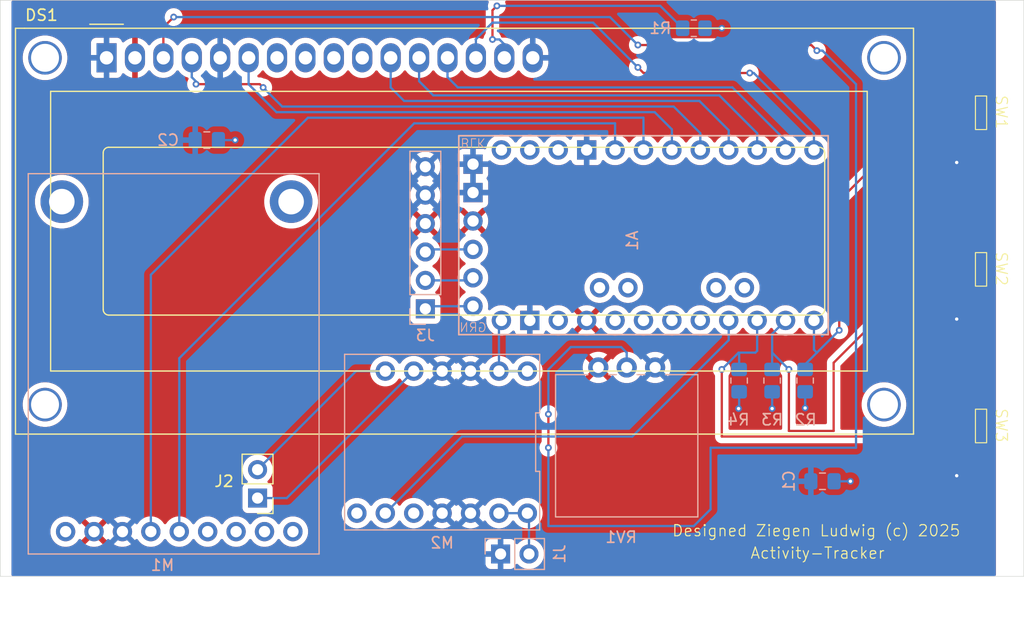
<source format=kicad_pcb>
(kicad_pcb (version 20241229) (generator "pcbnew") (generator_version "9.0")
  (title_block (title "Activity Tracker") (date "10/20/2025") (rev "V3") (company "Ziegen Ludwig"))
  (layers (0 "F.Cu" signal) (2 "B.Cu" signal) (13 "F.Paste" user) (15 "B.Paste" user) (5 "F.SilkS" user "F.Silkscreen") (7 "B.SilkS" user "B.Silkscreen") (1 "F.Mask" user) (3 "B.Mask" user) (25 "Edge.Cuts" user))
  (net 0 "")
  (net 1 "/BTN_1")
  (net 3 "GND")
  (net 5 "/GPS_RX")
  (net 6 "/LCD_D4")
  (net 8 "Net-(J3-Pin_2)")
  (net 9 "/LCD_E")
  (net 11 "+5V")
  (net 12 "/VRAW")
  (net 15 "/LCD_D5")
  (net 16 "Net-(J3-Pin_3)")
  (net 18 "/GPS_TX")
  (net 20 "/BTN_2")
  (net 21 "/LCD_RS")
  (net 22 "/LCD_D7")
  (net 24 "/PWR_OFF")
  (net 25 "Net-(A1-~{DTR})")
  (net 29 "/LCD_D6")
  (net 30 "/BTN_3")
  (net 32 "Net-(DS1-VO)")
  (net 33 "/LCD_LDEP")
  (net 37 "/VBAT")
  (net 38 "Net-(J2-Pin_1)")
  (net 39 "Net-(J2-Pin_2)")
  (footprint "KSS223G_LFG:KSS223G LFG" (layer "F.Cu") (at 158.613517 99.792528 -90)
    (property "Reference" "SW3" (at 2.707472 -3.886483 270) (layer "F.SilkS") (effects (font (thickness 0.1))))
    (property "Value" "SW_Push")
    (fp_rect (start 1.263296 -2.563076) (end 4.263296 -1.563076) (stroke (width 0.1)) (fill no) (layer "F.SilkS"))
    (pad "1" smd roundrect (at 0 0 270) (size 2 4) (layers "F.Cu" "F.Mask" "F.Paste") (roundrect_rratio 0.15) (net 30 "/BTN_3"))
    (pad "2" smd roundrect (at 5.5 0 270) (size 2 4) (layers "F.Cu" "F.Mask" "F.Paste") (roundrect_rratio 0.15) (net 3 "GND"))
  )
  (footprint "Connector_PinHeader_2.54mm:PinHeader_1x02_P2.54mm_Vertical" (layer "F.Cu") (at 96 109 180)
    (property "Reference" "J2" (at 3 1.5 0) (layer "F.SilkS"))
    (property "Value" "Conn_01x02_Socket")
    (fp_line (start 1.38 1.27) (end 1.38 3.92) (stroke (width 0.12)) (layer "F.SilkS"))
    (fp_line (start -1.38 3.92) (end 1.38 3.92) (stroke (width 0.12)) (layer "F.SilkS"))
    (fp_line (start -1.38 1.27) (end 1.38 1.27) (stroke (width 0.12)) (layer "F.SilkS"))
    (fp_line (start -1.38 1.27) (end -1.38 3.92) (stroke (width 0.12)) (layer "F.SilkS"))
    (fp_line (start -1.38 0) (end -1.38 -1.38) (stroke (width 0.12)) (layer "F.SilkS"))
    (fp_line (start -1.38 -1.38) (end 0 -1.38) (stroke (width 0.12)) (layer "F.SilkS"))
    (pad "1" thru_hole rect (at 0 0 180) (size 1.7 1.7) (drill 1) (layers "*.Cu" "*.Mask") (net 38 "Net-(J2-Pin_1)"))
    (pad "2" thru_hole circle (at 0 2.54 180) (size 1.7 1.7) (drill 1) (layers "*.Cu" "*.Mask") (net 39 "Net-(J2-Pin_2)"))
  )
  (footprint "Display:WC1602A" (layer "F.Cu") (at 82.5 69.6425)
    (property "Reference" "DS1" (at -5.82 -3.81 0) (layer "F.SilkS"))
    (property "Value" "WC1602A")
    (fp_line (start -8.14 -2.64) (end -8.14 33.64) (stroke (width 0.12)) (layer "F.SilkS"))
    (fp_line (start -8.14 33.64) (end 72.14 33.64) (stroke (width 0.12)) (layer "F.SilkS"))
    (fp_line (start -8.13 -2.64) (end -7.34 -2.64) (stroke (width 0.12)) (layer "F.SilkS"))
    (fp_line (start -5 3) (end 68 3) (stroke (width 0.12)) (layer "F.SilkS"))
    (fp_line (start -5 28) (end -5 3) (stroke (width 0.12)) (layer "F.SilkS"))
    (fp_line (start -1.5 -3) (end 1.5 -3) (stroke (width 0.12)) (layer "F.SilkS"))
    (fp_line (start -0.29972 22.49932) (end -0.29972 8.5) (stroke (width 0.12)) (layer "F.SilkS"))
    (fp_line (start 0.2 8) (end 63.7 8) (stroke (width 0.12)) (layer "F.SilkS"))
    (fp_line (start 63.70066 23) (end 0.2 23) (stroke (width 0.12)) (layer "F.SilkS"))
    (fp_line (start 64.2 8.5) (end 64.2 22.5) (stroke (width 0.12)) (layer "F.SilkS"))
    (fp_line (start 68 3) (end 68 28) (stroke (width 0.12)) (layer "F.SilkS"))
    (fp_line (start 68 28) (end -5 28) (stroke (width 0.12)) (layer "F.SilkS"))
    (fp_line (start 72.14 -2.64) (end -7.34 -2.64) (stroke (width 0.12)) (layer "F.SilkS"))
    (fp_line (start 72.14 33.64) (end 72.14 -2.64) (stroke (width 0.12)) (layer "F.SilkS"))
    (fp_arc (start -0.29972 8.49884) (mid -0.153162 8.145018) (end 0.20066 7.99846) (stroke (width 0.12)) (layer "F.SilkS"))
    (fp_arc (start 0.20066 22.9997) (mid -0.153162 22.853142) (end -0.29972 22.49932) (stroke (width 0.12)) (layer "F.SilkS"))
    (fp_arc (start 63.7 8) (mid 64.053553 8.146447) (end 64.2 8.5) (stroke (width 0.12)) (layer "F.SilkS"))
    (fp_arc (start 64.20104 22.49932) (mid 64.054482 22.853142) (end 63.70066 22.9997) (stroke (width 0.12)) (layer "F.SilkS"))
    (pad "" thru_hole circle (at -5.4991 0) (size 3 3) (drill 2.5) (layers "*.Cu" "*.Mask"))
    (pad "" thru_hole circle (at -5.4991 31.0007) (size 3 3) (drill 2.5) (layers "*.Cu" "*.Mask"))
    (pad "" thru_hole circle (at 69.49948 31.0007) (size 3 3) (drill 2.5) (layers "*.Cu" "*.Mask"))
    (pad "" thru_hole circle (at 69.5 0) (size 3 3) (drill 2.5) (layers "*.Cu" "*.Mask"))
    (pad "1" thru_hole rect (at 0 0) (size 1.8 2.6) (drill 1.2) (layers "*.Cu" "*.Mask") (net 3 "GND"))
    (pad "2" thru_hole oval (at 2.54 0) (size 1.8 2.6) (drill 1.2) (layers "*.Cu" "*.Mask") (net 11 "+5V"))
    (pad "3" thru_hole oval (at 5.08 0) (size 1.8 2.6) (drill 1.2) (layers "*.Cu" "*.Mask") (net 32 "Net-(DS1-VO)"))
    (pad "4" thru_hole oval (at 7.62 0) (size 1.8 2.6) (drill 1.2) (layers "*.Cu" "*.Mask") (net 21 "/LCD_RS"))
    (pad "5" thru_hole oval (at 10.16 0) (size 1.8 2.6) (drill 1.2) (layers "*.Cu" "*.Mask") (net 3 "GND"))
    (pad "6" thru_hole oval (at 12.7 0) (size 1.8 2.6) (drill 1.2) (layers "*.Cu" "*.Mask") (net 9 "/LCD_E"))
    (pad "7" thru_hole oval (at 15.24 0) (size 1.8 2.6) (drill 1.2) (layers "*.Cu" "*.Mask"))
    (pad "8" thru_hole oval (at 17.78 0) (size 1.8 2.6) (drill 1.2) (layers "*.Cu" "*.Mask"))
    (pad "9" thru_hole oval (at 20.32 0) (size 1.8 2.6) (drill 1.2) (layers "*.Cu" "*.Mask"))
    (pad "10" thru_hole oval (at 22.86 0) (size 1.8 2.6) (drill 1.2) (layers "*.Cu" "*.Mask"))
    (pad "11" thru_hole oval (at 25.4 0) (size 1.8 2.6) (drill 1.2) (layers "*.Cu" "*.Mask") (net 6 "/LCD_D4"))
    (pad "12" thru_hole oval (at 27.94 0) (size 1.8 2.6) (drill 1.2) (layers "*.Cu" "*.Mask") (net 15 "/LCD_D5"))
    (pad "13" thru_hole oval (at 30.48 0) (size 1.8 2.6) (drill 1.2) (layers "*.Cu" "*.Mask") (net 29 "/LCD_D6"))
    (pad "14" thru_hole oval (at 33.02 0) (size 1.8 2.6) (drill 1.2) (layers "*.Cu" "*.Mask") (net 22 "/LCD_D7"))
    (pad "15" thru_hole oval (at 35.56 0) (size 1.8 2.6) (drill 1.2) (layers "*.Cu" "*.Mask") (net 33 "/LCD_LDEP"))
    (pad "16" thru_hole oval (at 38.1 0) (size 1.8 2.6) (drill 1.2) (layers "*.Cu" "*.Mask") (net 3 "GND"))
  )
  (footprint "KSS223G_LFG:KSS223G LFG" (layer "F.Cu") (at 158.613517 85.792528 -90)
    (property "Reference" "SW2" (at 2.707472 -3.886483 270) (layer "F.SilkS") (effects (font (thickness 0.1))))
    (property "Value" "SW_Push")
    (fp_rect (start 1.263296 -2.563076) (end 4.263296 -1.563076) (stroke (width 0.1)) (fill no) (layer "F.SilkS"))
    (pad "1" smd roundrect (at 0 0 270) (size 2 4) (layers "F.Cu" "F.Mask" "F.Paste") (roundrect_rratio 0.15) (net 20 "/BTN_2"))
    (pad "2" smd roundrect (at 5.5 0 270) (size 2 4) (layers "F.Cu" "F.Mask" "F.Paste") (roundrect_rratio 0.15) (net 3 "GND"))
  )
  (footprint "KSS223G_LFG:KSS223G LFG" (layer "F.Cu") (at 158.613517 71.792528 -90)
    (property "Reference" "SW1" (at 2.707472 -3.886483 270) (layer "F.SilkS") (effects (font (thickness 0.1))))
    (property "Value" "SW_Push")
    (fp_rect (start 1.263296 -2.563076) (end 4.263296 -1.563076) (stroke (width 0.1)) (fill no) (layer "F.SilkS"))
    (pad "1" smd roundrect (at 0 0 270) (size 2 4) (layers "F.Cu" "F.Mask" "F.Paste") (roundrect_rratio 0.15) (net 1 "/BTN_1"))
    (pad "2" smd roundrect (at 5.5 0 270) (size 2 4) (layers "F.Cu" "F.Mask" "F.Paste") (roundrect_rratio 0.15) (net 3 "GND"))
  )
  (footprint "Capacitor_SMD:C_0805_2012Metric_Pad1.18x1.45mm_HandSolder" (layer "B.Cu") (at 91.4625 77 180)
    (property "Reference" "C2" (at 3.4625 0 0) (layer "B.SilkS") (effects (justify mirror)))
    (property "Value" ".1 uf")
    (fp_line (start -0.261252 0.735) (end 0.261252 0.735) (stroke (width 0.12)) (layer "B.SilkS"))
    (fp_line (start -0.261252 -0.735) (end 0.261252 -0.735) (stroke (width 0.12)) (layer "B.SilkS"))
    (pad "1" smd roundrect (at -1.0375 0 180) (size 1.175 1.45) (layers "B.Cu" "B.Mask" "B.Paste") (roundrect_rratio 0.212766) (net 11 "+5V"))
    (pad "2" smd roundrect (at 1.0375 0 180) (size 1.175 1.45) (layers "B.Cu" "B.Mask" "B.Paste") (roundrect_rratio 0.212766) (net 3 "GND"))
  )
  (footprint "Pololu_PWR_SW_LV:Pololu LV Power Switch" (layer "B.Cu") (at 112.5 104 90)
    (property "Reference" "M2" (at -9 0 0) (layer "B.SilkS") (effects (justify mirror)))
    (property "Value" "Power Module")
    (fp_line (start 7.849999 -8.72) (end 7.85 8.72) (stroke (width 0.12)) (layer "B.SilkS"))
    (fp_line (start -7.85 -8.72) (end 7.849999 -8.72) (stroke (width 0.12)) (layer "B.SilkS"))
    (fp_line (start 2.616666 8.36) (end -2.616666 8.36) (stroke (width 0.12)) (layer "B.SilkS"))
    (fp_line (start -2.616666 8.36) (end -2.616666 8.72) (stroke (width 0.12)) (layer "B.SilkS"))
    (fp_line (start 7.85 8.72) (end 2.616666 8.72) (stroke (width 0.12)) (layer "B.SilkS"))
    (fp_line (start 2.616666 8.72) (end 2.616666 8.36) (stroke (width 0.12)) (layer "B.SilkS"))
    (fp_line (start -2.616666 8.72) (end -7.849999 8.72) (stroke (width 0.12)) (layer "B.SilkS"))
    (fp_line (start -7.849999 8.72) (end -7.85 -8.72) (stroke (width 0.12)) (layer "B.SilkS"))
    (pad "1" thru_hole circle (at -6.35 7.62 180) (size 1.7272 1.7272) (drill 1.016) (layers "*.Cu" "*.Mask") (net 37 "/VBAT"))
    (pad "2" thru_hole circle (at -6.35 5.08 180) (size 1.7272 1.7272) (drill 1.016) (layers "*.Cu" "*.Mask") (net 37 "/VBAT"))
    (pad "3" thru_hole circle (at -6.35 2.54 180) (size 1.7272 1.7272) (drill 1.016) (layers "*.Cu" "*.Mask") (net 3 "GND"))
    (pad "4" thru_hole circle (at -6.35 0 180) (size 1.7272 1.7272) (drill 1.016) (layers "*.Cu" "*.Mask") (net 3 "GND"))
    (pad "5" thru_hole circle (at -6.35 -2.54 180) (size 1.7272 1.7272) (drill 1.016) (layers "*.Cu" "*.Mask"))
    (pad "6" thru_hole circle (at -6.35 -5.08 180) (size 1.7272 1.7272) (drill 1.016) (layers "*.Cu" "*.Mask") (net 24 "/PWR_OFF"))
    (pad "7" thru_hole circle (at -6.35 -7.62 180) (size 1.7272 1.7272) (drill 1.016) (layers "*.Cu" "*.Mask"))
    (pad "9" thru_hole circle (at 6.35 -5.08 180) (size 1.7272 1.7272) (drill 1.016) (layers "*.Cu" "*.Mask") (net 39 "Net-(J2-Pin_2)"))
    (pad "10" thru_hole circle (at 6.35 -2.54 180) (size 1.7272 1.7272) (drill 1.016) (layers "*.Cu" "*.Mask") (net 38 "Net-(J2-Pin_1)"))
    (pad "11" thru_hole circle (at 6.35 0 180) (size 1.7272 1.7272) (drill 1.016) (layers "*.Cu" "*.Mask") (net 3 "GND"))
    (pad "12" thru_hole circle (at 6.35 2.54 180) (size 1.7272 1.7272) (drill 1.016) (layers "*.Cu" "*.Mask") (net 3 "GND"))
    (pad "13" thru_hole circle (at 6.35 5.08 180) (size 1.7272 1.7272) (drill 1.016) (layers "*.Cu" "*.Mask") (net 12 "/VRAW"))
    (pad "14" thru_hole circle (at 6.35 7.62 180) (size 1.7272 1.7272) (drill 1.016) (layers "*.Cu" "*.Mask") (net 12 "/VRAW"))
  )
  (footprint "Resistor_SMD:R_0805_2012Metric_Pad1.20x1.40mm_HandSolder" (layer "B.Cu") (at 135 67 180)
    (property "Reference" "R1" (at 3 0 0) (layer "B.SilkS") (effects (justify mirror)))
    (property "Value" "220")
    (fp_line (start -0.227064 0.735) (end 0.227064 0.735) (stroke (width 0.12)) (layer "B.SilkS"))
    (fp_line (start -0.227064 -0.735) (end 0.227064 -0.735) (stroke (width 0.12)) (layer "B.SilkS"))
    (pad "1" smd roundrect (at -1 0 180) (size 1.2 1.4) (layers "B.Cu" "B.Mask" "B.Paste") (roundrect_rratio 0.208333) (net 11 "+5V"))
    (pad "2" smd roundrect (at 1 0 180) (size 1.2 1.4) (layers "B.Cu" "B.Mask" "B.Paste") (roundrect_rratio 0.208333) (net 33 "/LCD_LDEP"))
  )
  (footprint "arduino-library:Arduino_Pro_Mini_Socket" (layer "B.Cu") (at 130.5 85.5 -90)
    (property "Reference" "A1" (at 0.5 1 90) (layer "B.SilkS") (effects (justify mirror)))
    (property "Value" "Arduino_Pro_Mini_Socket")
    (fp_line (start -8.89 16.51) (end -8.89 -16.51) (stroke (width 0.15)) (layer "B.SilkS"))
    (fp_line (start 8.89 16.51) (end -8.89 16.51) (stroke (width 0.15)) (layer "B.SilkS"))
    (fp_line (start 8.89 16.51) (end 8.89 -16.51) (stroke (width 0.15)) (layer "B.SilkS"))
    (fp_line (start 8.89 -16.51) (end -8.89 -16.51) (stroke (width 0.15)) (layer "B.SilkS"))
    (fp_text user "BLK" (at -8.255 15.24 180) (layer "B.SilkS") (effects (font (size 0.8 0.8) (thickness 0.08)) (justify mirror)))
    (fp_text user "GRN" (at 8.255 15.24 0) (layer "B.SilkS") (effects (font (size 0.8 0.8) (thickness 0.08)) (justify mirror)))
    (pad "A0" thru_hole circle (at 7.62 -5.08 270) (size 1.7272 1.7272) (drill 1.016) (layers "*.Cu" "*.Mask"))
    (pad "A1" thru_hole circle (at 7.62 -2.54 270) (size 1.7272 1.7272) (drill 1.016) (layers "*.Cu" "*.Mask"))
    (pad "A2" thru_hole circle (at 7.62 0 270) (size 1.7272 1.7272) (drill 1.016) (layers "*.Cu" "*.Mask"))
    (pad "A3" thru_hole circle (at 7.62 2.54 270) (size 1.7272 1.7272) (drill 1.016) (layers "*.Cu" "*.Mask"))
    (pad "A4" thru_hole circle (at 4.6941 1.3894 270) (size 1.7272 1.7272) (drill 1.016) (layers "*.Cu" "*.Mask"))
    (pad "A5" thru_hole circle (at 4.6941 3.9294 270) (size 1.7272 1.7272) (drill 1.016) (layers "*.Cu" "*.Mask"))
    (pad "A6" thru_hole circle (at 4.6941 -9.0246 270) (size 1.7272 1.7272) (drill 1.016) (layers "*.Cu" "*.Mask"))
    (pad "A7" thru_hole circle (at 4.6941 -6.484 270) (size 1.7272 1.7272) (drill 1.016) (layers "*.Cu" "*.Mask"))
    (pad "D0" thru_hole circle (at -7.62 10.16 270) (size 1.7272 1.7272) (drill 1.016) (layers "*.Cu" "*.Mask"))
    (pad "D1" thru_hole circle (at -7.62 12.7 270) (size 1.7272 1.7272) (drill 1.016) (layers "*.Cu" "*.Mask"))
    (pad "D2" thru_hole circle (at -7.62 2.54 270) (size 1.7272 1.7272) (drill 1.016) (layers "*.Cu" "*.Mask") (net 18 "/GPS_TX"))
    (pad "D3" thru_hole circle (at -7.62 0 270) (size 1.7272 1.7272) (drill 1.016) (layers "*.Cu" "*.Mask") (net 5 "/GPS_RX"))
    (pad "D4" thru_hole circle (at -7.62 -2.54 270) (size 1.7272 1.7272) (drill 1.016) (layers "*.Cu" "*.Mask") (net 9 "/LCD_E"))
    (pad "D5" thru_hole circle (at -7.62 -5.08 270) (size 1.7272 1.7272) (drill 1.016) (layers "*.Cu" "*.Mask") (net 21 "/LCD_RS"))
    (pad "D6" thru_hole circle (at -7.62 -7.62 270) (size 1.7272 1.7272) (drill 1.016) (layers "*.Cu" "*.Mask") (net 6 "/LCD_D4"))
    (pad "D7" thru_hole circle (at -7.62 -10.16 270) (size 1.7272 1.7272) (drill 1.016) (layers "*.Cu" "*.Mask") (net 15 "/LCD_D5"))
    (pad "D8" thru_hole circle (at -7.62 -12.7 270) (size 1.7272 1.7272) (drill 1.016) (layers "*.Cu" "*.Mask") (net 29 "/LCD_D6"))
    (pad "D9" thru_hole circle (at -7.62 -15.24 270) (size 1.7272 1.7272) (drill 1.016) (layers "*.Cu" "*.Mask") (net 22 "/LCD_D7"))
    (pad "D10" thru_hole circle (at 7.62 -15.24 270) (size 1.7272 1.7272) (drill 1.016) (layers "*.Cu" "*.Mask") (net 1 "/BTN_1"))
    (pad "D11" thru_hole circle (at 7.62 -12.7 270) (size 1.7272 1.7272) (drill 1.016) (layers "*.Cu" "*.Mask") (net 20 "/BTN_2"))
    (pad "D12" thru_hole circle (at 7.62 -10.16 270) (size 1.7272 1.7272) (drill 1.016) (layers "*.Cu" "*.Mask") (net 30 "/BTN_3"))
    (pad "D13" thru_hole circle (at 7.62 -7.62 270) (size 1.7272 1.7272) (drill 1.016) (layers "*.Cu" "*.Mask") (net 24 "/PWR_OFF"))
    (pad "DTR" thru_hole circle (at 6.35 15.24 270) (size 1.7272 1.7272) (drill 1.016) (layers "*.Cu" "*.Mask") (net 25 "Net-(A1-~{DTR})"))
    (pad "GND1" thru_hole rect (at -7.62 5.08 270) (size 1.7272 1.7272) (drill 1.016) (layers "*.Cu" "*.Mask") (net 3 "GND"))
    (pad "GND2" thru_hole rect (at 7.62 10.16 270) (size 1.7272 1.7272) (drill 1.016) (layers "*.Cu" "*.Mask") (net 3 "GND"))
    (pad "GND4" thru_hole rect (at -3.81 15.24 270) (size 1.7272 1.7272) (drill 1.016) (layers "*.Cu" "*.Mask") (net 3 "GND"))
    (pad "GND5" thru_hole rect (at -6.35 15.24 270) (size 1.7272 1.7272) (drill 1.016) (layers "*.Cu" "*.Mask") (net 3 "GND"))
    (pad "RAW" thru_hole circle (at 7.62 12.7 270) (size 1.7272 1.7272) (drill 1.016) (layers "*.Cu" "*.Mask") (net 12 "/VRAW"))
    (pad "RST1" thru_hole circle (at -7.62 7.62 270) (size 1.7272 1.7272) (drill 1.016) (layers "*.Cu" "*.Mask"))
    (pad "RST2" thru_hole circle (at 7.62 7.62 270) (size 1.7272 1.7272) (drill 1.016) (layers "*.Cu" "*.Mask"))
    (pad "RXI" thru_hole circle (at 1.27 15.24 270) (size 1.7272 1.7272) (drill 1.016) (layers "*.Cu" "*.Mask") (net 16 "Net-(J3-Pin_3)"))
    (pad "TXO" thru_hole circle (at 3.81 15.24 270) (size 1.7272 1.7272) (drill 1.016) (layers "*.Cu" "*.Mask") (net 8 "Net-(J3-Pin_2)"))
    (pad "Vcc1" thru_hole circle (at 7.62 5.08 270) (size 1.7272 1.7272) (drill 1.016) (layers "*.Cu" "*.Mask") (net 11 "+5V"))
    (pad "Vcc2" thru_hole circle (at -1.27 15.24 270) (size 1.7272 1.7272) (drill 1.016) (layers "*.Cu" "*.Mask") (net 11 "+5V"))
  )
  (footprint "Potentiometer_THT:Potentiometer_Vishay_148-149_Single_Vertical" (layer "B.Cu") (at 131.54 97.325 -90)
    (property "Reference" "RV1" (at 15.175 3.04 0) (layer "B.SilkS") (effects (justify mirror)))
    (property "Value" "10K")
    (fp_line (start 0.64 8.9) (end 13.36 8.9) (stroke (width 0.12)) (layer "B.SilkS"))
    (fp_line (start 13.36 8.9) (end 13.36 -3.82) (stroke (width 0.12)) (layer "B.SilkS"))
    (fp_line (start 0.64 6.011) (end 0.64 8.9) (stroke (width 0.12)) (layer "B.SilkS"))
    (fp_line (start 0.64 3.471) (end 0.64 4.149) (stroke (width 0.12)) (layer "B.SilkS"))
    (fp_line (start 0.64 0.931) (end 0.64 1.609) (stroke (width 0.12)) (layer "B.SilkS"))
    (fp_line (start 0.64 -3.82) (end 0.64 -0.931) (stroke (width 0.12)) (layer "B.SilkS"))
    (fp_line (start 13.36 -3.82) (end 0.64 -3.82) (stroke (width 0.12)) (layer "B.SilkS"))
    (pad "1" thru_hole circle (at 0 0 270) (size 1.8 1.8) (drill 1) (layers "*.Cu" "*.Mask") (net 3 "GND"))
    (pad "2" thru_hole circle (at 0 2.54 270) (size 1.8 1.8) (drill 1) (layers "*.Cu" "*.Mask") (net 32 "Net-(DS1-VO)"))
    (pad "3" thru_hole circle (at 0 5.08 270) (size 1.8 1.8) (drill 1) (layers "*.Cu" "*.Mask") (net 11 "+5V"))
  )
  (footprint "Adafruit:Adafruit Ultimate GPS" (layer "B.Cu") (at 89 112 180)
    (property "Reference" "M1" (at 1.5 -3 0) (layer "B.SilkS") (effects (justify mirror)))
    (property "Value" "GPS")
    (fp_line (start 13.5 32) (end 13.5 -2) (stroke (width 0.12)) (layer "B.SilkS"))
    (fp_line (start 13.5 -2) (end -12.5 -2) (stroke (width 0.12)) (layer "B.SilkS"))
    (fp_line (start -12.5 32) (end 13.5 32) (stroke (width 0.12)) (layer "B.SilkS"))
    (fp_line (start -12.5 -2) (end -12.5 32) (stroke (width 0.12)) (layer "B.SilkS"))
    (pad "" np_thru_hole circle (at -10 29.5 180) (size 3.81 3.81) (drill 2.286) (layers "*.Cu" "*.Mask"))
    (pad "" np_thru_hole circle (at 10.5 29.5 180) (size 3.81 3.81) (drill 2.286) (layers "*.Cu" "*.Mask"))
    (pad "1" thru_hole circle (at -10.16 0 180) (size 1.7272 1.7272) (drill 1.016) (layers "*.Cu" "*.Mask"))
    (pad "2" thru_hole circle (at -7.62 0 180) (size 1.7272 1.7272) (drill 1.016) (layers "*.Cu" "*.Mask"))
    (pad "3" thru_hole circle (at -5.08 0 180) (size 1.7272 1.7272) (drill 1.016) (layers "*.Cu" "*.Mask"))
    (pad "4" thru_hole circle (at -2.54 0 180) (size 1.7272 1.7272) (drill 1.016) (layers "*.Cu" "*.Mask"))
    (pad "5" thru_hole circle (at 0 0 180) (size 1.7272 1.7272) (drill 1.016) (layers "*.Cu" "*.Mask") (net 18 "/GPS_TX"))
    (pad "6" thru_hole circle (at 2.54 0 180) (size 1.7272 1.7272) (drill 1.016) (layers "*.Cu" "*.Mask") (net 5 "/GPS_RX"))
    (pad "7" thru_hole circle (at 5.08 0 180) (size 1.7272 1.7272) (drill 1.016) (layers "*.Cu" "*.Mask") (net 3 "GND"))
    (pad "8" thru_hole circle (at 7.62 0 180) (size 1.7272 1.7272) (drill 1.016) (layers "*.Cu" "*.Mask") (net 11 "+5V"))
    (pad "9" thru_hole circle (at 10.16 0 180) (size 1.7272 1.7272) (drill 1.016) (layers "*.Cu" "*.Mask"))
  )
  (footprint "Resistor_SMD:R_0805_2012Metric_Pad1.20x1.40mm_HandSolder" (layer "B.Cu") (at 142 98.5 90)
    (property "Reference" "R3" (at -3.5 0 180) (layer "B.SilkS") (effects (justify mirror)))
    (property "Value" "10k")
    (fp_line (start -0.227064 -0.735) (end 0.227064 -0.735) (stroke (width 0.12)) (layer "B.SilkS"))
    (fp_line (start -0.227064 0.735) (end 0.227064 0.735) (stroke (width 0.12)) (layer "B.SilkS"))
    (pad "1" smd roundrect (at -1 0 90) (size 1.2 1.4) (layers "B.Cu" "B.Mask" "B.Paste") (roundrect_rratio 0.208333) (net 11 "+5V"))
    (pad "2" smd roundrect (at 1 0 90) (size 1.2 1.4) (layers "B.Cu" "B.Mask" "B.Paste") (roundrect_rratio 0.208333) (net 20 "/BTN_2"))
  )
  (footprint "Resistor_SMD:R_0805_2012Metric_Pad1.20x1.40mm_HandSolder" (layer "B.Cu") (at 144.95 98.5 90)
    (property "Reference" "R2" (at -3.5 0.05 0) (layer "B.SilkS") (effects (justify mirror)))
    (property "Value" "10k")
    (fp_line (start -0.227064 -0.735) (end 0.227064 -0.735) (stroke (width 0.12)) (layer "B.SilkS"))
    (fp_line (start -0.227064 0.735) (end 0.227064 0.735) (stroke (width 0.12)) (layer "B.SilkS"))
    (pad "1" smd roundrect (at -1 0 90) (size 1.2 1.4) (layers "B.Cu" "B.Mask" "B.Paste") (roundrect_rratio 0.208333) (net 11 "+5V"))
    (pad "2" smd roundrect (at 1 0 90) (size 1.2 1.4) (layers "B.Cu" "B.Mask" "B.Paste") (roundrect_rratio 0.208333) (net 1 "/BTN_1"))
  )
  (footprint "Connector_PinHeader_2.54mm:PinHeader_1x02_P2.54mm_Vertical" (layer "B.Cu") (at 117.725 114 -90)
    (property "Reference" "J1" (at 0 -5.275 90) (layer "B.SilkS") (effects (justify mirror)))
    (property "Value" "Conn_01x02_Socket")
    (fp_line (start -1.38 1.38) (end 0 1.38) (stroke (width 0.12)) (layer "B.SilkS"))
    (fp_line (start -1.38 0) (end -1.38 1.38) (stroke (width 0.12)) (layer "B.SilkS"))
    (fp_line (start -1.38 -1.27) (end 1.38 -1.27) (stroke (width 0.12)) (layer "B.SilkS"))
    (fp_line (start -1.38 -1.27) (end -1.38 -3.92) (stroke (width 0.12)) (layer "B.SilkS"))
    (fp_line (start 1.38 -1.27) (end 1.38 -3.92) (stroke (width 0.12)) (layer "B.SilkS"))
    (fp_line (start -1.38 -3.92) (end 1.38 -3.92) (stroke (width 0.12)) (layer "B.SilkS"))
    (pad "1" thru_hole rect (at 0 0 270) (size 1.7 1.7) (drill 1) (layers "*.Cu" "*.Mask") (net 3 "GND"))
    (pad "2" thru_hole circle (at 0 -2.54 270) (size 1.7 1.7) (drill 1) (layers "*.Cu" "*.Mask") (net 37 "/VBAT"))
  )
  (footprint "Resistor_SMD:R_0805_2012Metric_Pad1.20x1.40mm_HandSolder" (layer "B.Cu") (at 139.05 98.5 90)
    (property "Reference" "R4" (at -3.5 -0.05 180) (layer "B.SilkS") (effects (justify mirror)))
    (property "Value" "10k")
    (fp_line (start -0.227064 -0.735) (end 0.227064 -0.735) (stroke (width 0.12)) (layer "B.SilkS"))
    (fp_line (start -0.227064 0.735) (end 0.227064 0.735) (stroke (width 0.12)) (layer "B.SilkS"))
    (pad "1" smd roundrect (at -1 0 90) (size 1.2 1.4) (layers "B.Cu" "B.Mask" "B.Paste") (roundrect_rratio 0.208333) (net 11 "+5V"))
    (pad "2" smd roundrect (at 1 0 90) (size 1.2 1.4) (layers "B.Cu" "B.Mask" "B.Paste") (roundrect_rratio 0.208333) (net 30 "/BTN_3"))
  )
  (footprint "Capacitor_SMD:C_0805_2012Metric_Pad1.18x1.45mm_HandSolder" (layer "B.Cu") (at 146.5 107.5 180)
    (property "Reference" "C1" (at 3 0 90) (layer "B.SilkS") (effects (justify mirror)))
    (property "Value" "10 uf")
    (fp_line (start -0.261252 0.735) (end 0.261252 0.735) (stroke (width 0.12)) (layer "B.SilkS"))
    (fp_line (start -0.261252 -0.735) (end 0.261252 -0.735) (stroke (width 0.12)) (layer "B.SilkS"))
    (pad "1" smd roundrect (at -1.0375 0 180) (size 1.175 1.45) (layers "B.Cu" "B.Mask" "B.Paste") (roundrect_rratio 0.212766) (net 11 "+5V"))
    (pad "2" smd roundrect (at 1.0375 0 180) (size 1.175 1.45) (layers "B.Cu" "B.Mask" "B.Paste") (roundrect_rratio 0.212766) (net 3 "GND"))
  )
  (footprint "Connector_PinHeader_2.54mm:PinHeader_1x06_P2.54mm_Vertical" (layer "B.Cu") (at 111 92.08)
    (property "Reference" "J3" (at 0 2.38 0) (layer "B.SilkS") (effects (justify mirror)))
    (property "Value" "Conn_01x06_Pin")
    (fp_line (start -1.38 -14.08) (end 1.38 -14.08) (stroke (width 0.12)) (layer "B.SilkS"))
    (fp_line (start -1.38 -1.27) (end -1.38 -14.08) (stroke (width 0.12)) (layer "B.SilkS"))
    (fp_line (start -1.38 -1.27) (end 1.38 -1.27) (stroke (width 0.12)) (layer "B.SilkS"))
    (fp_line (start -1.38 0) (end -1.38 1.38) (stroke (width 0.12)) (layer "B.SilkS"))
    (fp_line (start -1.38 1.38) (end 0 1.38) (stroke (width 0.12)) (layer "B.SilkS"))
    (fp_line (start 1.38 -1.27) (end 1.38 -14.08) (stroke (width 0.12)) (layer "B.SilkS"))
    (pad "1" thru_hole rect (at 0 0) (size 1.7 1.7) (drill 1) (layers "*.Cu" "*.Mask") (net 25 "Net-(A1-~{DTR})"))
    (pad "2" thru_hole circle (at 0 -2.54) (size 1.7 1.7) (drill 1) (layers "*.Cu" "*.Mask") (net 8 "Net-(J3-Pin_2)"))
    (pad "3" thru_hole circle (at 0 -5.08) (size 1.7 1.7) (drill 1) (layers "*.Cu" "*.Mask") (net 16 "Net-(J3-Pin_3)"))
    (pad "4" thru_hole circle (at 0 -7.62) (size 1.7 1.7) (drill 1) (layers "*.Cu" "*.Mask") (net 11 "+5V"))
    (pad "5" thru_hole circle (at 0 -10.16) (size 1.7 1.7) (drill 1) (layers "*.Cu" "*.Mask") (net 3 "GND"))
    (pad "6" thru_hole circle (at 0 -12.7) (size 1.7 1.7) (drill 1) (layers "*.Cu" "*.Mask") (net 3 "GND"))
  )
  (gr_rect (start 73 64.5) (end 164.5 116) (stroke (width 0.05)) (fill no) (layer "Edge.Cuts"))
  (gr_text "Activity-Tracker" (at 140 114.5 0) (layer "F.SilkS") (effects (font (size 1 1) (thickness 0.1)) (justify left bottom)))
  (gr_text "Designed Ziegen Ludwig (c) 2025" (at 133 112.5 0) (layer "F.SilkS") (effects (font (size 1 1) (thickness 0.1)) (justify left bottom)))
  (segment (start 158.613517 71.792528) (end 148 82.406045) (width 0.2032) (layer "F.Cu") (net 1))
  (segment (start 148 82.406045) (end 148 94) (width 0.2032) (layer "F.Cu") (net 1))
  (via (at 148 94) (size 0.6) (drill 0.3) (layers "F.Cu" "B.Cu") (net 1))
  (segment (start 146 96) (end 148 94) (width 0.2032) (layer "B.Cu") (net 1))
  (segment (start 146 96) (end 145.74 95.74) (width 0.2032) (layer "B.Cu") (net 1))
  (segment (start 144.95 97.05) (end 146 96) (width 0.2032) (layer "B.Cu") (net 1))
  (segment (start 145.74 95.74) (end 145.74 93.12) (width 0.2032) (layer "B.Cu") (net 1))
  (segment (start 144.95 97.5) (end 144.95 97.05) (width 0.2032) (layer "B.Cu") (net 1))
  (segment (start 158.613517 106.886483) (end 158.5 107) (width 0.2032) (layer "F.Cu") (net 3))
  (segment (start 158.613517 91.292528) (end 158.613517 92.886483) (width 0.2032) (layer "F.Cu") (net 3))
  (segment (start 158.613517 92.886483) (end 158.5 93) (width 0.2032) (layer "F.Cu") (net 3))
  (segment (start 158.613517 78.886483) (end 158.5 79) (width 0.2032) (layer "F.Cu") (net 3))
  (segment (start 158.613517 77.292528) (end 158.613517 78.886483) (width 0.2032) (layer "F.Cu") (net 3))
  (segment (start 158.613517 105.292528) (end 158.613517 106.886483) (width 0.2032) (layer "F.Cu") (net 3))
  (via (at 158.5 79) (size 0.6) (drill 0.3) (layers "F.Cu" "B.Cu") (net 3))
  (via (at 158.5 93) (size 0.6) (drill 0.3) (layers "F.Cu" "B.Cu") (net 3))
  (via (at 158.5 107) (size 0.6) (drill 0.3) (layers "F.Cu" "B.Cu") (net 3))
  (segment (start 130.5 75) (end 130.5 77.88) (width 0.2032) (layer "B.Cu") (net 5))
  (segment (start 86.46 89.04) (end 100.5 75) (width 0.2032) (layer "B.Cu") (net 5))
  (segment (start 100.5 75) (end 130.5 75) (width 0.2032) (layer "B.Cu") (net 5))
  (segment (start 86.46 112) (end 86.46 89.04) (width 0.2032) (layer "B.Cu") (net 5))
  (segment (start 107.9 72.2968) (end 107.9 69.6425) (width 0.2032) (layer "B.Cu") (net 6))
  (segment (start 138.12 77.88) (end 138.12 76.12) (width 0.2032) (layer "B.Cu") (net 6))
  (segment (start 109.1032 73.5) (end 107.9 72.2968) (width 0.2032) (layer "B.Cu") (net 6))
  (segment (start 135.5 73.5) (end 109.1032 73.5) (width 0.2032) (layer "B.Cu") (net 6))
  (segment (start 138.12 76.12) (end 135.5 73.5) (width 0.2032) (layer "B.Cu") (net 6))
  (segment (start 115.03 89.54) (end 115.26 89.31) (width 0.2032) (layer "B.Cu") (net 8))
  (segment (start 111 89.54) (end 115.03 89.54) (width 0.2032) (layer "B.Cu") (net 8))
  (segment (start 133.04 76.04) (end 131.5 74.5) (width 0.2032) (layer "B.Cu") (net 9))
  (segment (start 97.6916 74.5) (end 95.2 72.0084) (width 0.2032) (layer "B.Cu") (net 9))
  (segment (start 133.04 77.88) (end 133.04 76.04) (width 0.2032) (layer "B.Cu") (net 9))
  (segment (start 95.2 72.0084) (end 95.2 69.6425) (width 0.2032) (layer "B.Cu") (net 9))
  (segment (start 131.5 74.5) (end 97.6916 74.5) (width 0.2032) (layer "B.Cu") (net 9))
  (via (at 142 101) (size 0.6) (drill 0.3) (layers "F.Cu" "B.Cu") (net 11))
  (via (at 137.5 67) (size 0.6) (drill 0.3) (layers "F.Cu" "B.Cu") (net 11))
  (via (at 149 107.5) (size 0.6) (drill 0.3) (layers "F.Cu" "B.Cu") (net 11))
  (via (at 94 77) (size 0.6) (drill 0.3) (layers "F.Cu" "B.Cu") (net 11))
  (via (at 139 101) (size 0.6) (drill 0.3) (layers "F.Cu" "B.Cu") (net 11))
  (via (at 144.95 100.95) (size 0.6) (drill 0.3) (layers "F.Cu" "B.Cu") (net 11))
  (segment (start 147.5375 107.5) (end 149 107.5) (width 0.2032) (layer "B.Cu") (net 11))
  (segment (start 139.05 99.5) (end 139.05 100.95) (width 0.2032) (layer "B.Cu") (net 11))
  (segment (start 139.05 100.95) (end 139 101) (width 0.2032) (layer "B.Cu") (net 11))
  (segment (start 92.5 77) (end 94 77) (width 0.2032) (layer "B.Cu") (net 11))
  (segment (start 145 101) (end 144.95 100.95) (width 0.2032) (layer "B.Cu") (net 11))
  (segment (start 142 99.5) (end 142 101) (width 0.2032) (layer "B.Cu") (net 11))
  (segment (start 147.5375 107.5) (end 148 107.5) (width 0.2032) (layer "B.Cu") (net 11))
  (segment (start 136 67) (end 137.5 67) (width 0.2032) (layer "B.Cu") (net 11))
  (segment (start 144.95 99.5) (end 144.95 100.95) (width 0.2032) (layer "B.Cu") (net 11))
  (segment (start 117.58 97.65) (end 117.58 93.34) (width 0.2032) (layer "B.Cu") (net 12))
  (segment (start 117.58 93.34) (end 117.8 93.12) (width 0.2032) (layer "B.Cu") (net 12))
  (segment (start 117.58 97.65) (end 120.12 97.65) (width 0.2032) (layer "B.Cu") (net 12))
  (segment (start 140.66 77.88) (end 140.66 76.38) (width 0.2032) (layer "B.Cu") (net 15))
  (segment (start 110.44 71.7336) (end 110.44 69.6425) (width 0.2032) (layer "B.Cu") (net 15))
  (segment (start 137.28 73) (end 111.7064 73) (width 0.2032) (layer "B.Cu") (net 15))
  (segment (start 111.7064 73) (end 110.44 71.7336) (width 0.2032) (layer "B.Cu") (net 15))
  (segment (start 140.66 76.38) (end 137.28 73) (width 0.2032) (layer "B.Cu") (net 15))
  (segment (start 115.26 86.77) (end 111.23 86.77) (width 0.2032) (layer "B.Cu") (net 16))
  (segment (start 111.23 86.77) (end 111 87) (width 0.2032) (layer "B.Cu") (net 16))
  (segment (start 110 75.5) (end 89 96.5) (width 0.2032) (layer "B.Cu") (net 18))
  (segment (start 127.96 77.88) (end 127.96 75.5) (width 0.2032) (layer "B.Cu") (net 18))
  (segment (start 89 96.5) (end 89 112) (width 0.2032) (layer "B.Cu") (net 18))
  (segment (start 127.96 75.5) (end 110 75.5) (width 0.2032) (layer "B.Cu") (net 18))
  (segment (start 143.5 103) (end 143.5 97.5) (width 0.2032) (layer "F.Cu") (net 20))
  (segment (start 147.5 96.906045) (end 147.5 103) (width 0.2032) (layer "F.Cu") (net 20))
  (segment (start 147.5 103) (end 143.5 103) (width 0.2032) (layer "F.Cu") (net 20))
  (segment (start 158.613517 85.792528) (end 147.5 96.906045) (width 0.2032) (layer "F.Cu") (net 20))
  (via (at 143.5 97.5) (size 0.6) (drill 0.3) (layers "F.Cu" "B.Cu") (net 20))
  (segment (start 142 97.5) (end 142 96) (width 0.2032) (layer "B.Cu") (net 20))
  (segment (start 142 94.32) (end 143.2 93.12) (width 0.2032) (layer "B.Cu") (net 20))
  (segment (start 142 96) (end 142 94.32) (width 0.2032) (layer "B.Cu") (net 20))
  (segment (start 143.5 97.5) (end 142 96) (width 0.2032) (layer "B.Cu") (net 20))
  (segment (start 96.199 72) (end 90.5 72) (width 0.2032) (layer "F.Cu") (net 21))
  (segment (start 96.199 72) (end 96.5 72.301) (width 0.2032) (layer "F.Cu") (net 21))
  (via (at 90.5 72) (size 0.6) (drill 0.3) (layers "F.Cu" "B.Cu") (net 21))
  (via (at 96.5 72.301) (size 0.6) (drill 0.3) (layers "F.Cu" "B.Cu") (net 21))
  (segment (start 133.2 74) (end 98.199 74) (width 0.2032) (layer "B.Cu") (net 21))
  (segment (start 135.58 77.88) (end 135.58 76.38) (width 0.2032) (layer "B.Cu") (net 21))
  (segment (start 135.58 76.38) (end 133.2 74) (width 0.2032) (layer "B.Cu") (net 21))
  (segment (start 90.5 71.76) (end 90.12 71.38) (width 0.2032) (layer "B.Cu") (net 21))
  (segment (start 90.12 71.38) (end 90.12 69.6425) (width 0.2032) (layer "B.Cu") (net 21))
  (segment (start 98.199 74) (end 96.5 72.301) (width 0.2032) (layer "B.Cu") (net 21))
  (segment (start 90.5 72) (end 90.5 71.76) (width 0.2032) (layer "B.Cu") (net 21))
  (segment (start 130.5 71) (end 140 71) (width 0.2032) (layer "F.Cu") (net 22))
  (segment (start 115.5 69.6225) (end 115.52 69.6425) (width 0.2032) (layer "F.Cu") (net 22))
  (segment (start 130 70.5) (end 130.5 71) (width 0.2032) (layer "F.Cu") (net 22))
  (via (at 140 71) (size 0.6) (drill 0.3) (layers "F.Cu" "B.Cu") (net 22))
  (via (at 130 70.5) (size 0.6) (drill 0.3) (layers "F.Cu" "B.Cu") (net 22))
  (segment (start 145.74 77.88) (end 145.74 76.38) (width 0.2032) (layer "B.Cu") (net 22))
  (segment (start 117 66.5) (end 115.5 68) (width 0.2032) (layer "B.Cu") (net 22))
  (segment (start 115.5 68) (end 115.52 68.02) (width 0.2032) (layer "B.Cu") (net 22))
  (segment (start 145.74 76.38) (end 140.36 71) (width 0.2032) (layer "B.Cu") (net 22))
  (segment (start 140.36 71) (end 140 71) (width 0.2032) (layer "B.Cu") (net 22))
  (segment (start 126 66.5) (end 117 66.5) (width 0.2032) (layer "B.Cu") (net 22))
  (segment (start 115.52 68.02) (end 115.52 69.6425) (width 0.2032) (layer "B.Cu") (net 22))
  (segment (start 130.07 70.57) (end 126 66.5) (width 0.2032) (layer "B.Cu") (net 22))
  (segment (start 130.07 70.57) (end 130 70.5) (width 0.2032) (layer "B.Cu") (net 22))
  (segment (start 107.42 110.35) (end 114.27 103.5) (width 0.2032) (layer "B.Cu") (net 24))
  (segment (start 129.5 103.5) (end 138.12 94.88) (width 0.2032) (layer "B.Cu") (net 24))
  (segment (start 138.12 94.88) (end 138.12 93.12) (width 0.2032) (layer "B.Cu") (net 24))
  (segment (start 114.27 103.5) (end 129.5 103.5) (width 0.2032) (layer "B.Cu") (net 24))
  (segment (start 115.26 91.85) (end 111.23 91.85) (width 0.2032) (layer "B.Cu") (net 25))
  (segment (start 111.23 91.85) (end 111 92.08) (width 0.2032) (layer "B.Cu") (net 25))
  (segment (start 113 69.6625) (end 112.98 69.6425) (width 0.2032) (layer "F.Cu") (net 29))
  (segment (start 113.898 72.2874) (end 112.98 71.3694) (width 0.2032) (layer "B.Cu") (net 29))
  (segment (start 143.2 77.88) (end 143.2 77.04) (width 0.2032) (layer "B.Cu") (net 29))
  (segment (start 138.4474 72.2874) (end 113.898 72.2874) (width 0.2032) (layer "B.Cu") (net 29))
  (segment (start 112.98 71.3694) (end 112.98 69.6425) (width 0.2032) (layer "B.Cu") (net 29))
  (segment (start 143.2 77.04) (end 138.4474 72.2874) (width 0.2032) (layer "B.Cu") (net 29))
  (segment (start 154.906045 103.5) (end 137.5 103.5) (width 0.2032) (layer "F.Cu") (net 30))
  (segment (start 137.5 103.5) (end 137.5 97.5) (width 0.2032) (layer "F.Cu") (net 30))
  (segment (start 158.613517 99.792528) (end 154.906045 103.5) (width 0.2032) (layer "F.Cu") (net 30))
  (via (at 137.5 97.5) (size 0.6) (drill 0.3) (layers "F.Cu" "B.Cu") (net 30))
  (segment (start 139 96) (end 140.5 96) (width 0.2032) (layer "B.Cu") (net 30))
  (segment (start 140.66 95.84) (end 140.66 93.12) (width 0.2032) (layer "B.Cu") (net 30))
  (segment (start 139.05 96.05) (end 139 96) (width 0.2032) (layer "B.Cu") (net 30))
  (segment (start 140.5 96) (end 140.66 95.84) (width 0.2032) (layer "B.Cu") (net 30))
  (segment (start 137.5 97.5) (end 139 96) (width 0.2032) (layer "B.Cu") (net 30))
  (segment (start 139.05 97.5) (end 139.05 96.05) (width 0.2032) (layer "B.Cu") (net 30))
  (segment (start 122 101.5) (end 122 104.5) (width 0.2032) (layer "F.Cu") (net 32))
  (segment (start 130 68.5) (end 145.5 68.5) (width 0.2032) (layer "F.Cu") (net 32))
  (segment (start 145.5 68.5) (end 146 69) (width 0.2032) (layer "F.Cu") (net 32))
  (segment (start 87.58 69.6425) (end 87.58 66.92) (width 0.2032) (layer "F.Cu") (net 32))
  (segment (start 87.58 66.92) (end 88.5 66) (width 0.2032) (layer "F.Cu") (net 32))
  (via (at 88.5 66) (size 0.6) (drill 0.3) (layers "F.Cu" "B.Cu") (net 32))
  (via (at 130 68.5) (size 0.6) (drill 0.3) (layers "F.Cu" "B.Cu") (net 32))
  (via (at 146 69) (size 0.6) (drill 0.3) (layers "F.Cu" "B.Cu") (net 32))
  (via (at 122 101.5) (size 0.6) (drill 0.3) (layers "F.Cu" "B.Cu") (net 32))
  (via (at 122 104.5) (size 0.6) (drill 0.3) (layers "F.Cu" "B.Cu") (net 32))
  (segment (start 129 97.325) (end 129 96) (width 0.2032) (layer "B.Cu") (net 32))
  (segment (start 129.5 68) (end 127.5 66) (width 0.2032) (layer "B.Cu") (net 32))
  (segment (start 135 111.5) (end 122 111.5) (width 0.2032) (layer "B.Cu") (net 32))
  (segment (start 146 69) (end 146.5 69) (width 0.2032) (layer "B.Cu") (net 32))
  (segment (start 122 111.5) (end 122 104.5) (width 0.2032) (layer "B.Cu") (net 32))
  (segment (start 127.5 66) (end 88.5 66) (width 0.2032) (layer "B.Cu") (net 32))
  (segment (start 149.5 72) (end 149.5 104.5) (width 0.2032) (layer "B.Cu") (net 32))
  (segment (start 129.5 68) (end 130 68.5) (width 0.2032) (layer "B.Cu") (net 32))
  (segment (start 149.5 104.5) (end 136.5 104.5) (width 0.2032) (layer "B.Cu") (net 32))
  (segment (start 124 95.5) (end 122 97.5) (width 0.2032) (layer "B.Cu") (net 32))
  (segment (start 122 97.5) (end 122 101.5) (width 0.2032) (layer "B.Cu") (net 32))
  (segment (start 146.5 69) (end 149.5 72) (width 0.2032) (layer "B.Cu") (net 32))
  (segment (start 128.5 95.5) (end 124 95.5) (width 0.2032) (layer "B.Cu") (net 32))
  (segment (start 136.5 110) (end 135 111.5) (width 0.2032) (layer "B.Cu") (net 32))
  (segment (start 136.5 104.5) (end 136.5 110) (width 0.2032) (layer "B.Cu") (net 32))
  (segment (start 129 96) (end 128.5 95.5) (width 0.2032) (layer "B.Cu") (net 32))
  (segment (start 117 65.3968) (end 117 68) (width 0.2032) (layer "F.Cu") (net 33))
  (segment (start 117.3968 65) (end 117 65.3968) (width 0.2032) (layer "F.Cu") (net 33))
  (via (at 117.3968 65) (size 0.6) (drill 0.3) (layers "F.Cu" "B.Cu") (net 33))
  (via (at 117 68) (size 0.6) (drill 0.3) (layers "F.Cu" "B.Cu") (net 33))
  (segment (start 117.62 68) (end 118.06 68.44) (width 0.2032) (layer "B.Cu") (net 33))
  (segment (start 118.06 68.44) (end 118.06 69.6425) (width 0.2032) (layer "B.Cu") (net 33))
  (segment (start 117.3968 65) (end 132 65) (width 0.2032) (layer "B.Cu") (net 33))
  (segment (start 117 68) (end 117.62 68) (width 0.2032) (layer "B.Cu") (net 33))
  (segment (start 132 65) (end 134 67) (width 0.2032) (layer "B.Cu") (net 33))
  (segment (start 120.12 110.35) (end 117.58 110.35) (width 0.2032) (layer "B.Cu") (net 37))
  (segment (start 120.265 114) (end 120.265 110.495) (width 0.2032) (layer "B.Cu") (net 37))
  (segment (start 120.265 110.495) (end 120.12 110.35) (width 0.2032) (layer "B.Cu") (net 37))
  (segment (start 109.96 97.65) (end 98.61 109) (width 0.2032) (layer "B.Cu") (net 38))
  (segment (start 98.61 109) (end 96 109) (width 0.2032) (layer "B.Cu") (net 38))
  (segment (start 104.81 97.65) (end 96 106.46) (width 0.2032) (layer "B.Cu") (net 39))
  (segment (start 107.42 97.65) (end 104.81 97.65) (width 0.2032) (layer "B.Cu") (net 39))
  (zone (net 11) (net_name "+5V") (layer "F.Cu") (connect_pads (clearance 0.5)) (min_thickness 0.25) (fill yes (thermal_gap 0.5) (thermal_bridge_width 0.5))
    (polygon (pts (xy 74 64.5) (xy 162 64.5) (xy 162 116) (xy 74 116)))
  )
  (zone (net 3) (net_name "GND") (layer "B.Cu") (priority 1) (connect_pads (clearance 0.5)) (min_thickness 0.25) (fill yes (thermal_gap 0.5) (thermal_bridge_width 0.5))
    (polygon (pts (xy 74 64.5) (xy 162 64.5) (xy 162 116) (xy 74 116)))
  )
)
</source>
